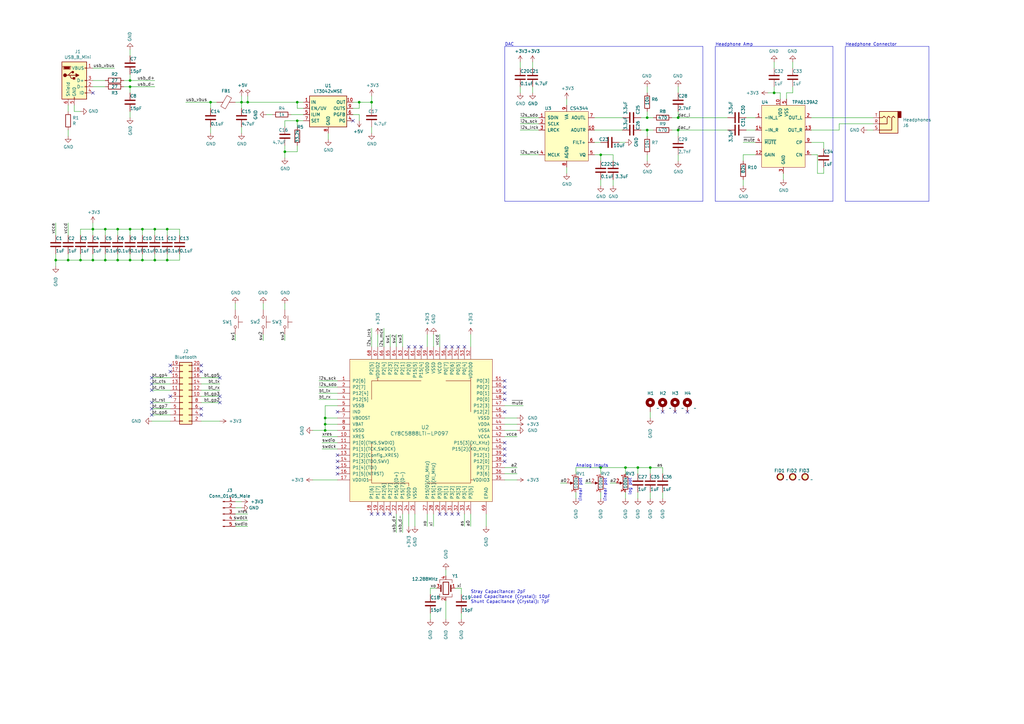
<source format=kicad_sch>
(kicad_sch (version 20230121) (generator eeschema)
  (paper "A3")
  (junction (at 48.26 93.98))
  (junction (at 38.1 93.98))
  (junction (at 278.13 53.34))
  (junction (at 58.42 93.98))
  (junction (at 133.35 173.99))
  (junction (at 63.5 106.68))
  (junction (at 265.43 48.26))
  (junction (at 27.94 106.68))
  (junction (at 48.26 106.68))
  (junction (at 147.32 41.91))
  (junction (at 246.38 191.77))
  (junction (at 101.6 41.91))
  (junction (at 317.5 38.1))
  (junction (at 68.58 106.68))
  (junction (at 43.18 93.98))
  (junction (at 86.36 41.91))
  (junction (at 121.92 49.53))
  (junction (at 53.34 33.02))
  (junction (at 133.35 171.45))
  (junction (at 265.43 53.34))
  (junction (at 58.42 106.68))
  (junction (at 43.18 106.68))
  (junction (at 278.13 48.26))
  (junction (at 266.7 191.77))
  (junction (at 38.1 106.68))
  (junction (at 53.34 106.68))
  (junction (at 152.4 41.91))
  (junction (at 68.58 93.98))
  (junction (at 256.54 191.77))
  (junction (at 33.02 106.68))
  (junction (at 53.34 93.98))
  (junction (at 121.92 41.91))
  (junction (at 116.84 62.23))
  (junction (at 133.35 176.53))
  (junction (at 246.38 63.5))
  (junction (at 63.5 93.98))
  (junction (at 22.86 106.68))
  (junction (at 261.62 191.77))
  (junction (at 99.06 41.91))
  (junction (at 53.34 35.56))
  (no_connect (at 170.18 142.24))
  (no_connect (at 90.17 162.56))
  (no_connect (at 154.94 210.82))
  (no_connect (at 187.96 142.24))
  (no_connect (at 271.78 168.91))
  (no_connect (at 172.72 142.24))
  (no_connect (at 62.23 160.02))
  (no_connect (at 281.94 168.91))
  (no_connect (at 152.4 210.82))
  (no_connect (at 138.43 168.91))
  (no_connect (at 62.23 154.94))
  (no_connect (at 82.55 149.86))
  (no_connect (at 138.43 191.77))
  (no_connect (at 69.85 149.86))
  (no_connect (at 207.01 158.75))
  (no_connect (at 82.55 167.64))
  (no_connect (at 180.34 210.82))
  (no_connect (at 62.23 165.1))
  (no_connect (at 38.1 38.1))
  (no_connect (at 207.01 184.15))
  (no_connect (at 69.85 152.4))
  (no_connect (at 62.23 170.18))
  (no_connect (at 207.01 181.61))
  (no_connect (at 207.01 156.21))
  (no_connect (at 276.86 168.91))
  (no_connect (at 138.43 186.69))
  (no_connect (at 207.01 163.83))
  (no_connect (at 182.88 142.24))
  (no_connect (at 82.55 152.4))
  (no_connect (at 185.42 142.24))
  (no_connect (at 160.02 210.82))
  (no_connect (at 207.01 189.23))
  (no_connect (at 185.42 210.82))
  (no_connect (at 190.5 142.24))
  (no_connect (at 138.43 189.23))
  (no_connect (at 187.96 210.82))
  (no_connect (at 69.85 162.56))
  (no_connect (at 144.78 49.53))
  (no_connect (at 182.88 210.82))
  (no_connect (at 157.48 210.82))
  (no_connect (at 167.64 142.24))
  (no_connect (at 82.55 170.18))
  (no_connect (at 62.23 157.48))
  (no_connect (at 207.01 161.29))
  (no_connect (at 90.17 154.94))
  (no_connect (at 90.17 165.1))
  (no_connect (at 207.01 186.69))
  (no_connect (at 62.23 167.64))
  (no_connect (at 138.43 194.31))
  (no_connect (at 207.01 168.91))
  (wire (pts (xy 116.84 124.46) (xy 116.84 127)))
  (wire (pts (xy 53.34 93.98) (xy 58.42 93.98)))
  (wire (pts (xy 116.84 62.23) (xy 116.84 59.69)))
  (wire (pts (xy 134.62 57.15) (xy 134.62 54.61)))
  (wire (pts (xy 314.96 38.1) (xy 317.5 38.1)))
  (wire (pts (xy 335.28 63.5) (xy 332.74 63.5)))
  (wire (pts (xy 27.94 43.18) (xy 27.94 45.72)))
  (wire (pts (xy 27.94 55.88) (xy 27.94 53.34)))
  (wire (pts (xy 76.2 41.91) (xy 86.36 41.91)))
  (wire (pts (xy 212.09 194.31) (xy 207.01 194.31)))
  (wire (pts (xy 170.18 215.9) (xy 170.18 210.82)))
  (polyline (pts (xy 346.71 19.05) (xy 346.71 82.55)))
  (wire (pts (xy 265.43 53.34) (xy 267.97 53.34)))
  (wire (pts (xy 207.01 196.85) (xy 212.09 196.85)))
  (wire (pts (xy 128.27 196.85) (xy 138.43 196.85)))
  (wire (pts (xy 162.56 137.16) (xy 162.56 142.24)))
  (wire (pts (xy 128.27 176.53) (xy 133.35 176.53)))
  (wire (pts (xy 218.44 25.4) (xy 218.44 27.94)))
  (wire (pts (xy 90.17 157.48) (xy 82.55 157.48)))
  (wire (pts (xy 48.26 104.14) (xy 48.26 106.68)))
  (wire (pts (xy 68.58 96.52) (xy 68.58 93.98)))
  (wire (pts (xy 121.92 49.53) (xy 124.46 49.53)))
  (wire (pts (xy 278.13 35.56) (xy 278.13 38.1)))
  (wire (pts (xy 99.06 54.61) (xy 99.06 52.07)))
  (wire (pts (xy 38.1 106.68) (xy 43.18 106.68)))
  (wire (pts (xy 251.46 73.66) (xy 251.46 76.2)))
  (wire (pts (xy 265.43 48.26) (xy 265.43 45.72)))
  (wire (pts (xy 213.36 63.5) (xy 220.98 63.5)))
  (wire (pts (xy 121.92 59.69) (xy 121.92 62.23)))
  (wire (pts (xy 138.43 171.45) (xy 133.35 171.45)))
  (polyline (pts (xy 207.01 82.55) (xy 288.29 82.55)))
  (wire (pts (xy 132.08 179.07) (xy 138.43 179.07)))
  (wire (pts (xy 275.59 48.26) (xy 278.13 48.26)))
  (wire (pts (xy 246.38 63.5) (xy 243.84 63.5)))
  (wire (pts (xy 236.22 191.77) (xy 246.38 191.77)))
  (wire (pts (xy 337.82 58.42) (xy 337.82 60.96)))
  (wire (pts (xy 101.6 39.37) (xy 101.6 41.91)))
  (wire (pts (xy 220.98 48.26) (xy 213.36 48.26)))
  (wire (pts (xy 53.34 35.56) (xy 53.34 38.1)))
  (wire (pts (xy 121.92 62.23) (xy 116.84 62.23)))
  (wire (pts (xy 132.08 181.61) (xy 138.43 181.61)))
  (wire (pts (xy 147.32 49.53) (xy 147.32 46.99)))
  (wire (pts (xy 344.17 53.34) (xy 344.17 50.8)))
  (polyline (pts (xy 293.37 19.05) (xy 293.37 82.55)))
  (wire (pts (xy 212.09 179.07) (xy 207.01 179.07)))
  (wire (pts (xy 278.13 48.26) (xy 298.45 48.26)))
  (wire (pts (xy 116.84 49.53) (xy 121.92 49.53)))
  (wire (pts (xy 86.36 41.91) (xy 88.9 41.91)))
  (wire (pts (xy 96.52 41.91) (xy 99.06 41.91)))
  (wire (pts (xy 152.4 54.61) (xy 152.4 52.07)))
  (wire (pts (xy 261.62 191.77) (xy 261.62 194.31)))
  (wire (pts (xy 22.86 106.68) (xy 27.94 106.68)))
  (wire (pts (xy 68.58 106.68) (xy 68.58 104.14)))
  (wire (pts (xy 190.5 215.9) (xy 190.5 210.82)))
  (wire (pts (xy 48.26 106.68) (xy 53.34 106.68)))
  (wire (pts (xy 68.58 93.98) (xy 73.66 93.98)))
  (wire (pts (xy 152.4 39.37) (xy 152.4 41.91)))
  (wire (pts (xy 62.23 154.94) (xy 69.85 154.94)))
  (polyline (pts (xy 381 19.05) (xy 346.71 19.05)))
  (wire (pts (xy 335.28 71.12) (xy 335.28 63.5)))
  (wire (pts (xy 304.8 63.5) (xy 309.88 63.5)))
  (wire (pts (xy 265.43 35.56) (xy 265.43 38.1)))
  (polyline (pts (xy 293.37 19.05) (xy 341.63 19.05)))
  (wire (pts (xy 86.36 41.91) (xy 86.36 44.45)))
  (wire (pts (xy 337.82 71.12) (xy 335.28 71.12)))
  (wire (pts (xy 246.38 73.66) (xy 246.38 76.2)))
  (wire (pts (xy 265.43 48.26) (xy 267.97 48.26)))
  (wire (pts (xy 82.55 154.94) (xy 90.17 154.94)))
  (wire (pts (xy 69.85 157.48) (xy 62.23 157.48)))
  (wire (pts (xy 175.26 210.82) (xy 175.26 215.9)))
  (wire (pts (xy 213.36 25.4) (xy 213.36 27.94)))
  (wire (pts (xy 199.39 215.9) (xy 199.39 210.82)))
  (wire (pts (xy 101.6 213.36) (xy 96.52 213.36)))
  (wire (pts (xy 53.34 33.02) (xy 63.5 33.02)))
  (polyline (pts (xy 381 82.55) (xy 381 19.05)))
  (wire (pts (xy 266.7 191.77) (xy 266.7 194.31)))
  (wire (pts (xy 254 58.42) (xy 256.54 58.42)))
  (wire (pts (xy 243.84 48.26) (xy 255.27 48.26)))
  (wire (pts (xy 306.07 48.26) (xy 309.88 48.26)))
  (wire (pts (xy 90.17 162.56) (xy 82.55 162.56)))
  (wire (pts (xy 212.09 171.45) (xy 207.01 171.45)))
  (wire (pts (xy 322.58 40.64) (xy 322.58 38.1)))
  (wire (pts (xy 278.13 53.34) (xy 298.45 53.34)))
  (polyline (pts (xy 288.29 19.05) (xy 288.29 82.55)))
  (wire (pts (xy 63.5 93.98) (xy 68.58 93.98)))
  (wire (pts (xy 152.4 142.24) (xy 152.4 134.62)))
  (polyline (pts (xy 341.63 19.05) (xy 341.63 82.55)))
  (wire (pts (xy 175.26 137.16) (xy 175.26 142.24)))
  (wire (pts (xy 355.6 53.34) (xy 358.14 53.34)))
  (wire (pts (xy 116.84 139.7) (xy 116.84 137.16)))
  (wire (pts (xy 182.88 233.68) (xy 182.88 236.22)))
  (wire (pts (xy 218.44 38.1) (xy 218.44 35.56)))
  (wire (pts (xy 214.63 166.37) (xy 207.01 166.37)))
  (wire (pts (xy 63.5 35.56) (xy 53.34 35.56)))
  (wire (pts (xy 246.38 204.47) (xy 246.38 201.93)))
  (wire (pts (xy 53.34 33.02) (xy 53.34 30.48)))
  (wire (pts (xy 53.34 93.98) (xy 53.34 96.52)))
  (wire (pts (xy 309.88 58.42) (xy 304.8 58.42)))
  (wire (pts (xy 116.84 64.77) (xy 116.84 62.23)))
  (wire (pts (xy 243.84 58.42) (xy 246.38 58.42)))
  (wire (pts (xy 62.23 160.02) (xy 69.85 160.02)))
  (wire (pts (xy 321.31 73.66) (xy 321.31 71.12)))
  (wire (pts (xy 236.22 204.47) (xy 236.22 201.93)))
  (wire (pts (xy 332.74 48.26) (xy 358.14 48.26)))
  (wire (pts (xy 317.5 35.56) (xy 317.5 38.1)))
  (polyline (pts (xy 288.29 19.05) (xy 207.01 19.05)))
  (wire (pts (xy 38.1 106.68) (xy 38.1 104.14)))
  (wire (pts (xy 337.82 68.58) (xy 337.82 71.12)))
  (wire (pts (xy 152.4 41.91) (xy 152.4 44.45)))
  (wire (pts (xy 207.01 191.77) (xy 212.09 191.77)))
  (wire (pts (xy 189.23 243.84) (xy 189.23 241.3)))
  (wire (pts (xy 256.54 204.47) (xy 256.54 201.93)))
  (wire (pts (xy 63.5 106.68) (xy 63.5 104.14)))
  (wire (pts (xy 121.92 41.91) (xy 124.46 41.91)))
  (wire (pts (xy 33.02 104.14) (xy 33.02 106.68)))
  (wire (pts (xy 22.86 106.68) (xy 22.86 109.22)))
  (wire (pts (xy 176.53 241.3) (xy 179.07 241.3)))
  (wire (pts (xy 220.98 53.34) (xy 213.36 53.34)))
  (wire (pts (xy 69.85 165.1) (xy 62.23 165.1)))
  (wire (pts (xy 27.94 106.68) (xy 33.02 106.68)))
  (wire (pts (xy 240.03 198.12) (xy 242.57 198.12)))
  (wire (pts (xy 119.38 46.99) (xy 124.46 46.99)))
  (wire (pts (xy 138.43 166.37) (xy 133.35 166.37)))
  (wire (pts (xy 262.89 53.34) (xy 265.43 53.34)))
  (wire (pts (xy 265.43 66.04) (xy 265.43 63.5)))
  (wire (pts (xy 82.55 160.02) (xy 90.17 160.02)))
  (wire (pts (xy 147.32 41.91) (xy 152.4 41.91)))
  (wire (pts (xy 30.48 43.18) (xy 30.48 45.72)))
  (wire (pts (xy 332.74 53.34) (xy 344.17 53.34)))
  (wire (pts (xy 63.5 93.98) (xy 63.5 96.52)))
  (wire (pts (xy 243.84 53.34) (xy 255.27 53.34)))
  (wire (pts (xy 213.36 50.8) (xy 220.98 50.8)))
  (wire (pts (xy 130.81 163.83) (xy 138.43 163.83)))
  (wire (pts (xy 246.38 194.31) (xy 246.38 191.77)))
  (wire (pts (xy 144.78 44.45) (xy 147.32 44.45)))
  (wire (pts (xy 266.7 171.45) (xy 266.7 168.91)))
  (wire (pts (xy 256.54 191.77) (xy 261.62 191.77)))
  (wire (pts (xy 27.94 104.14) (xy 27.94 106.68)))
  (wire (pts (xy 121.92 44.45) (xy 121.92 41.91)))
  (wire (pts (xy 58.42 96.52) (xy 58.42 93.98)))
  (wire (pts (xy 278.13 66.04) (xy 278.13 63.5)))
  (wire (pts (xy 27.94 91.44) (xy 27.94 96.52)))
  (wire (pts (xy 130.81 156.21) (xy 138.43 156.21)))
  (wire (pts (xy 48.26 96.52) (xy 48.26 93.98)))
  (wire (pts (xy 212.09 173.99) (xy 207.01 173.99)))
  (wire (pts (xy 38.1 91.44) (xy 38.1 93.98)))
  (wire (pts (xy 109.22 46.99) (xy 111.76 46.99)))
  (wire (pts (xy 266.7 191.77) (xy 271.78 191.77)))
  (wire (pts (xy 30.48 45.72) (xy 33.02 45.72)))
  (wire (pts (xy 157.48 134.62) (xy 157.48 142.24)))
  (wire (pts (xy 177.8 137.16) (xy 177.8 142.24)))
  (wire (pts (xy 48.26 106.68) (xy 43.18 106.68)))
  (wire (pts (xy 138.43 184.15) (xy 132.08 184.15)))
  (wire (pts (xy 162.56 210.82) (xy 162.56 218.44)))
  (wire (pts (xy 46.99 27.94) (xy 38.1 27.94)))
  (wire (pts (xy 193.04 215.9) (xy 193.04 210.82)))
  (wire (pts (xy 116.84 52.07) (xy 116.84 49.53)))
  (wire (pts (xy 160.02 142.24) (xy 160.02 137.16)))
  (wire (pts (xy 96.52 139.7) (xy 96.52 137.16)))
  (wire (pts (xy 90.17 172.72) (xy 82.55 172.72)))
  (wire (pts (xy 53.34 106.68) (xy 53.34 104.14)))
  (wire (pts (xy 33.02 93.98) (xy 33.02 96.52)))
  (wire (pts (xy 271.78 191.77) (xy 271.78 194.31)))
  (wire (pts (xy 167.64 215.9) (xy 167.64 210.82)))
  (wire (pts (xy 147.32 44.45) (xy 147.32 41.91)))
  (wire (pts (xy 53.34 106.68) (xy 58.42 106.68)))
  (wire (pts (xy 73.66 106.68) (xy 73.66 104.14)))
  (wire (pts (xy 58.42 93.98) (xy 63.5 93.98)))
  (wire (pts (xy 38.1 93.98) (xy 43.18 93.98)))
  (wire (pts (xy 133.35 171.45) (xy 133.35 173.99)))
  (wire (pts (xy 251.46 63.5) (xy 251.46 66.04)))
  (wire (pts (xy 38.1 93.98) (xy 38.1 96.52)))
  (wire (pts (xy 344.17 50.8) (xy 358.14 50.8)))
  (wire (pts (xy 62.23 172.72) (xy 69.85 172.72)))
  (wire (pts (xy 133.35 173.99) (xy 138.43 173.99)))
  (wire (pts (xy 99.06 205.74) (xy 96.52 205.74)))
  (wire (pts (xy 332.74 58.42) (xy 337.82 58.42)))
  (wire (pts (xy 213.36 35.56) (xy 213.36 38.1)))
  (wire (pts (xy 33.02 93.98) (xy 38.1 93.98)))
  (wire (pts (xy 107.95 137.16) (xy 107.95 139.7)))
  (wire (pts (xy 43.18 106.68) (xy 43.18 104.14)))
  (wire (pts (xy 275.59 53.34) (xy 278.13 53.34)))
  (wire (pts (xy 266.7 204.47) (xy 266.7 201.93)))
  (wire (pts (xy 261.62 204.47) (xy 261.62 201.93)))
  (wire (pts (xy 278.13 48.26) (xy 278.13 45.72)))
  (wire (pts (xy 96.52 208.28) (xy 99.06 208.28)))
  (wire (pts (xy 165.1 142.24) (xy 165.1 137.16)))
  (wire (pts (xy 176.53 243.84) (xy 176.53 241.3)))
  (wire (pts (xy 99.06 44.45) (xy 99.06 41.91)))
  (wire (pts (xy 22.86 104.14) (xy 22.86 106.68)))
  (wire (pts (xy 320.04 38.1) (xy 320.04 40.64)))
  (wire (pts (xy 180.34 137.16) (xy 180.34 142.24)))
  (wire (pts (xy 154.94 137.16) (xy 154.94 142.24)))
  (wire (pts (xy 50.8 35.56) (xy 53.34 35.56)))
  (wire (pts (xy 250.19 198.12) (xy 252.73 198.12)))
  (wire (pts (xy 130.81 158.75) (xy 138.43 158.75)))
  (wire (pts (xy 133.35 166.37) (xy 133.35 171.45)))
  (wire (pts (xy 58.42 106.68) (xy 58.42 104.14)))
  (wire (pts (xy 304.8 76.2) (xy 304.8 73.66)))
  (wire (pts (xy 82.55 165.1) (xy 90.17 165.1)))
  (wire (pts (xy 86.36 52.07) (xy 86.36 54.61)))
  (wire (pts (xy 50.8 33.02) (xy 53.34 33.02)))
  (wire (pts (xy 317.5 27.94) (xy 317.5 25.4)))
  (wire (pts (xy 165.1 218.44) (xy 165.1 210.82)))
  (wire (pts (xy 265.43 53.34) (xy 265.43 55.88)))
  (wire (pts (xy 38.1 35.56) (xy 43.18 35.56)))
  (wire (pts (xy 101.6 41.91) (xy 121.92 41.91)))
  (wire (pts (xy 53.34 48.26) (xy 53.34 45.72)))
  (wire (pts (xy 256.54 191.77) (xy 256.54 194.31)))
  (wire (pts (xy 124.46 44.45) (xy 121.92 44.45)))
  (wire (pts (xy 144.78 41.91) (xy 147.32 41.91)))
  (wire (pts (xy 236.22 194.31) (xy 236.22 191.77)))
  (wire (pts (xy 133.35 173.99) (xy 133.35 176.53)))
  (wire (pts (xy 262.89 48.26) (xy 265.43 48.26)))
  (wire (pts (xy 96.52 124.46) (xy 96.52 127)))
  (wire (pts (xy 138.43 161.29) (xy 130.81 161.29)))
  (wire (pts (xy 133.35 176.53) (xy 138.43 176.53)))
  (polyline (pts (xy 341.63 82.55) (xy 293.37 82.55)))
  (polyline (pts (xy 346.71 82.55) (xy 381 82.55)))
  (wire (pts (xy 22.86 91.44) (xy 22.86 96.52)))
  (wire (pts (xy 212.09 176.53) (xy 207.01 176.53)))
  (wire (pts (xy 246.38 191.77) (xy 256.54 191.77)))
  (wire (pts (xy 189.23 241.3) (xy 186.69 241.3)))
  (wire (pts (xy 176.53 254) (xy 176.53 251.46)))
  (wire (pts (xy 53.34 20.32) (xy 53.34 22.86)))
  (wire (pts (xy 96.52 210.82) (xy 101.6 210.82)))
  (wire (pts (xy 271.78 204.47) (xy 271.78 201.93)))
  (wire (pts (xy 58.42 106.68) (xy 63.5 106.68)))
  (wire (pts (xy 62.23 170.18) (xy 69.85 170.18)))
  (wire (pts (xy 33.02 106.68) (xy 38.1 106.68)))
  (wire (pts (xy 325.12 25.4) (xy 325.12 27.94)))
  (wire (pts (xy 232.41 71.12) (xy 232.41 68.58)))
  (wire (pts (xy 147.32 46.99) (xy 144.78 46.99)))
  (wire (pts (xy 232.41 40.64) (xy 232.41 43.18)))
  (wire (pts (xy 99.06 39.37) (xy 99.06 41.91)))
  (wire (pts (xy 73.66 93.98) (xy 73.66 96.52)))
  (wire (pts (xy 189.23 254) (xy 189.23 251.46)))
  (wire (pts (xy 62.23 167.64) (xy 69.85 167.64)))
  (wire (pts (xy 304.8 66.04) (xy 304.8 63.5)))
  (wire (pts (xy 101.6 215.9) (xy 96.52 215.9)))
  (polyline (pts (xy 207.01 19.05) (xy 207.01 82.55)))
  (wire (pts (xy 246.38 66.04) (xy 246.38 63.5)))
  (wire (pts (xy 99.06 41.91) (xy 101.6 41.91)))
  (wire (pts (xy 322.58 38.1) (xy 325.12 38.1)))
  (wire (pts (xy 278.13 53.34) (xy 278.13 55.88)))
  (wire (pts (xy 306.07 53.34) (xy 309.88 53.34)))
  (wire (pts (xy 229.87 198.12) (xy 232.41 198.12)))
  (wire (pts (xy 182.88 254) (xy 182.88 246.38)))
  (wire (pts (xy 261.62 191.77) (xy 266.7 191.77)))
  (wire (pts (xy 63.5 106.68) (xy 68.58 106.68)))
  (wire (pts (xy 193.04 137.16) (xy 193.04 142.24)))
  (wire (pts (xy 43.18 33.02) (xy 38.1 33.02)))
  (wire (pts (xy 325.12 38.1) (xy 325.12 35.56)))
  (wire (pts (xy 43.18 93.98) (xy 48.26 93.98)))
  (wire (pts (xy 107.95 124.46) (xy 107.95 127)))
  (wire (pts (xy 177.8 215.9) (xy 177.8 210.82)))
  (wire (pts (xy 121.92 52.07) (xy 121.92 49.53)))
  (wire (pts (xy 43.18 93.98) (xy 43.18 96.52)))
  (wire (pts (xy 68.58 106.68) (xy 73.66 106.68)))
  (wire (pts (xy 48.26 93.98) (xy 53.34 93.98)))
  (wire (pts (xy 317.5 38.1) (xy 320.04 38.1)))
  (wire (pts (xy 246.38 63.5) (xy 251.46 63.5)))
  (text "Stray Capacitance: 2pF\nLoad Capacitance (Crystal): 10pF\nShunt Capacitance (Crystal): 7pF" (at 193.04 247.65 0) (effects (font (size 1.27 1.27)) (justify left bottom)))
  (text "DAC" (at 207.01 19.05 0) (effects (font (size 1.27 1.27)) (justify left bottom)))
  (text "linear pot" (at 248.92 205.74 90) (effects (font (size 1.27 1.27)) (justify left bottom)))
  (text "Headphone Connector" (at 346.71 19.05 0) (effects (font (size 1.27 1.27)) (justify left bottom)))
  (text "linear pot" (at 238.76 205.74 90) (effects (font (size 1.27 1.27)) (justify left bottom)))
  (text "Headphone Amp" (at 293.37 19.05 0) (effects (font (size 1.27 1.27)) (justify left bottom)))
  (text "Analog Inputs" (at 236.22 191.77 0) (effects (font (size 1.27 1.27)) (justify left bottom)))
  (text "log pot" (at 259.08 203.2 90) (effects (font (size 1.27 1.27)) (justify left bottom)))
  (label "a0" (at 229.87 198.12 0))
  (label "~{mute}" (at 304.8 58.42 0))
  (label "i2s_sdo" (at 130.81 158.75 0))
  (label "bt_tx" (at 130.81 161.29 0))
  (label "xo" (at 175.26 215.9 90))
  (label "bt_tx" (at 90.17 157.48 180))
  (label "usb_vbus" (at 76.2 41.91 0))
  (label "swdck" (at 132.08 184.15 0))
  (label "as" (at 271.78 191.77 180))
  (label "swdck" (at 101.6 213.36 180))
  (label "xi" (at 177.8 215.9 90))
  (label "vccd" (at 180.34 137.16 270))
  (label "xi" (at 189.23 241.3 180))
  (label "i2s_sck" (at 213.36 50.8 0))
  (label "sw1" (at 96.52 139.7 90))
  (label "bt_cts" (at 62.23 157.48 0))
  (label "as" (at 190.5 215.9 90))
  (label "bt_gp6" (at 62.23 170.18 0))
  (label "bt_gp2" (at 90.17 165.1 180))
  (label "dac_r" (at 283.21 53.34 180))
  (label "i2s_lrck" (at 152.4 134.62 270))
  (label "bt_gp7" (at 62.23 167.64 0))
  (label "vcca" (at 212.09 179.07 180))
  (label "i2s_sdo" (at 213.36 48.26 0))
  (label "i2s_lrck" (at 213.36 53.34 0))
  (label "usb_d-" (at 165.1 218.44 90))
  (label "sw1" (at 160.02 137.16 270))
  (label "sw3" (at 165.1 137.16 270))
  (label "bt_rts" (at 62.23 160.02 0))
  (label "a1" (at 212.09 194.31 180))
  (label "~{mute}" (at 214.63 166.37 180))
  (label "sw2" (at 162.56 137.16 270))
  (label "usb_d+" (at 63.5 33.02 180))
  (label "xres" (at 132.08 179.07 0))
  (label "swdio" (at 101.6 215.9 180))
  (label "bt_gp3" (at 90.17 162.56 180))
  (label "usb_vbus" (at 46.99 27.94 180))
  (label "a0" (at 193.04 215.9 90))
  (label "sw2" (at 107.95 139.7 90))
  (label "bt_gp4" (at 62.23 154.94 0))
  (label "a2" (at 250.19 198.12 0))
  (label "usb_d+" (at 162.56 218.44 90))
  (label "usb_d-" (at 63.5 35.56 180))
  (label "i2s_mck" (at 213.36 63.5 0))
  (label "sw3" (at 116.84 139.7 90))
  (label "bt_gp5" (at 90.17 154.94 180))
  (label "bt_rx" (at 90.17 160.02 180))
  (label "xo" (at 176.53 241.3 0))
  (label "bt_rst" (at 62.23 165.1 0))
  (label "i2s_mck" (at 157.48 134.62 270))
  (label "vcca" (at 22.86 91.44 270))
  (label "bt_rx" (at 130.81 163.83 0))
  (label "vccd" (at 27.94 91.44 270))
  (label "i2s_sck" (at 130.81 156.21 0))
  (label "xres" (at 101.6 210.82 180))
  (label "a1" (at 240.03 198.12 0))
  (label "swdio" (at 132.08 181.61 0))
  (label "dac_l" (at 283.21 48.26 180))
  (label "a2" (at 212.09 191.77 180))
  (symbol (lib_id "headphone_dac_proto-rescue:USB_B_Mini-Connector") (at 30.48 33.02 0) (unit 1)
    (property "Reference" "J1" (at 31.9278 21.1582 0))
    (property "Value" "USB_B_Mini" (at 31.9278 23.4696 0))
    (property "Footprint" "Connector_USB:USB_Mini-B_Wuerth_65100516121_Horizontal" (effects hide))
    (property "Manufacturer" "Wurth Elektronik" (effects hide))
    (property "Manufacturer Part Number" "65100516121" (effects hide))
    (property "Mouser Part Number" "710-65100516121" (effects hide))
  )
  (symbol (lib_id "power:GND") (at 33.02 45.72 90) (unit 1)
    (property "Reference" "#PWR0101" (effects hide))
    (property "Value" "GND" (at 36.2712 45.593 90) (effects (justify right)))
  )
  (symbol (lib_id "Device:R") (at 27.94 49.53 0) (unit 1)
    (property "Reference" "R1" (at 29.718 48.3616 0) (effects (justify left)))
    (property "Value" "R" (at 29.718 50.673 0) (effects (justify left)))
    (property "Footprint" "Resistor_SMD:R_0603_1608Metric" (effects hide))
    (property "Config" "dnp" (effects hide))
  )
  (symbol (lib_id "power:GND") (at 27.94 55.88 0) (unit 1)
    (property "Reference" "#PWR0102" (effects hide))
    (property "Value" "GND" (at 28.067 60.2742 0))
  )
  (symbol (lib_id "Device:R") (at 46.99 33.02 270) (unit 1)
    (property "Reference" "R2" (at 46.99 30.48 90))
    (property "Value" "27" (at 46.99 33.02 90))
    (property "Footprint" "Resistor_SMD:R_0603_1608Metric" (effects hide))
    (property "Manufacturer" "Vishay / Dale" (effects hide))
    (property "Manufacturer Part Number" "CRCW060327R0FKEAC" (effects hide))
    (property "Mouser Part Number" "71-CRCW060327R0FKEAC" (effects hide))
  )
  (symbol (lib_id "Device:R") (at 46.99 35.56 270) (mirror x) (unit 1)
    (property "Reference" "R3" (at 46.99 38.1 90))
    (property "Value" "27" (at 46.99 35.56 90))
    (property "Footprint" "Resistor_SMD:R_0603_1608Metric" (effects hide))
    (property "Manufacturer" "Vishay / Dale" (effects hide))
    (property "Manufacturer Part Number" "CRCW060327R0FKEAC" (effects hide))
    (property "Mouser Part Number" "71-CRCW060327R0FKEAC" (effects hide))
  )
  (symbol (lib_id "Device:C") (at 53.34 41.91 0) (unit 1)
    (property "Reference" "C8" (at 53.34 39.37 0) (effects (justify left)))
    (property "Value" "15pF" (at 53.34 44.45 0) (effects (justify left)))
    (property "Footprint" "Capacitor_SMD:C_0603_1608Metric" (effects hide))
    (property "Manufacturer" "KEMET" (effects hide))
    (property "Manufacturer Part Number" "C0603C150K5RAC7867" (effects hide))
    (property "Mouser Part Number" "80-C0603C150K5RACTU" (effects hide))
  )
  (symbol (lib_id "Device:C") (at 53.34 26.67 0) (unit 1)
    (property "Reference" "C7" (at 53.34 24.13 0) (effects (justify left)))
    (property "Value" "15pF" (at 53.34 29.21 0) (effects (justify left)))
    (property "Footprint" "Capacitor_SMD:C_0603_1608Metric" (effects hide))
    (property "Manufacturer" "KEMET" (effects hide))
    (property "Manufacturer Part Number" "C0603C150K5RAC7867" (effects hide))
    (property "Mouser Part Number" "80-C0603C150K5RACTU" (effects hide))
  )
  (symbol (lib_id "power:GND") (at 53.34 48.26 0) (unit 1)
    (property "Reference" "#PWR0103" (effects hide))
    (property "Value" "GND" (at 53.467 51.5112 90) (effects (justify right)))
  )
  (symbol (lib_id "power:GND") (at 53.34 20.32 180) (unit 1)
    (property "Reference" "#PWR0104" (effects hide))
    (property "Value" "GND" (at 53.213 17.0688 90) (effects (justify right)))
  )
  (symbol (lib_id "headphone_dac_proto-rescue:CY8C5888LTI-LP097-microcontroller_arm") (at 172.72 176.53 0) (unit 1)
    (property "Reference" "U2" (at 172.72 175.26 0) (effects (font (size 1.524 1.524)) (justify left)))
    (property "Value" "CY8C5888LTI-LP097" (at 160.02 177.8 0) (effects (font (size 1.524 1.524)) (justify left)))
    (property "Footprint" "Package_DFN_QFN:QFN-68-1EP_8x8mm_P0.4mm_EP5.2x5.2mm_ThermalVias" (effects hide))
    (property "Datasheet" "https://www.cypress.com/file/45906/download" (effects hide))
    (property "Manufacturer" "Cypress Semicondutor" (effects hide))
    (property "Manufacturer Part Number" "CY8C5888LTI-LP097" (effects hide))
    (property "Mouser Part Number" "727-CY8C5888LTILP097" (effects hide))
  )
  (symbol (lib_id "headphone_dac_proto-rescue:+3.3V-power") (at 175.26 137.16 0) (unit 1)
    (property "Reference" "#PWR0127" (effects hide))
    (property "Value" "+3.3V" (at 175.26 130.81 90))
  )
  (symbol (lib_id "headphone_dac_proto-rescue:+3.3V-power") (at 193.04 137.16 0) (unit 1)
    (property "Reference" "#PWR0128" (effects hide))
    (property "Value" "+3.3V" (at 193.04 130.81 90))
  )
  (symbol (lib_id "headphone_dac_proto-rescue:+3.3V-power") (at 154.94 137.16 0) (unit 1)
    (property "Reference" "#PWR0129" (effects hide))
    (property "Value" "+3.3V" (at 154.94 130.81 90))
  )
  (symbol (lib_id "headphone_dac_proto-rescue:+3.3V-power") (at 212.09 173.99 270) (unit 1)
    (property "Reference" "#PWR0130" (effects hide))
    (property "Value" "+3.3V" (at 218.44 173.99 90))
  )
  (symbol (lib_id "headphone_dac_proto-rescue:+3.3V-power") (at 212.09 196.85 270) (unit 1)
    (property "Reference" "#PWR0131" (effects hide))
    (property "Value" "+3.3V" (at 218.44 196.85 90))
  )
  (symbol (lib_id "headphone_dac_proto-rescue:+3.3V-power") (at 167.64 215.9 180) (unit 1)
    (property "Reference" "#PWR0132" (effects hide))
    (property "Value" "+3.3V" (at 167.64 222.25 90))
  )
  (symbol (lib_id "headphone_dac_proto-rescue:+3.3V-power") (at 128.27 196.85 90) (unit 1)
    (property "Reference" "#PWR0133" (effects hide))
    (property "Value" "+3.3V" (at 121.92 196.85 90))
  )
  (symbol (lib_id "power:GND") (at 128.27 176.53 270) (unit 1)
    (property "Reference" "#PWR0134" (effects hide))
    (property "Value" "GND" (at 123.8758 176.657 0))
  )
  (symbol (lib_id "power:GND") (at 177.8 137.16 180) (unit 1)
    (property "Reference" "#PWR0135" (effects hide))
    (property "Value" "GND" (at 177.8 130.81 90))
  )
  (symbol (lib_id "power:GND") (at 170.18 215.9 0) (unit 1)
    (property "Reference" "#PWR0136" (effects hide))
    (property "Value" "GND" (at 170.18 222.25 90))
  )
  (symbol (lib_id "power:GND") (at 199.39 215.9 0) (unit 1)
    (property "Reference" "#PWR0137" (effects hide))
    (property "Value" "GND" (at 199.39 222.25 90))
  )
  (symbol (lib_id "power:GND") (at 212.09 176.53 90) (unit 1)
    (property "Reference" "#PWR0138" (effects hide))
    (property "Value" "GND" (at 218.44 176.53 90))
  )
  (symbol (lib_id "power:GND") (at 212.09 171.45 90) (unit 1)
    (property "Reference" "#PWR0139" (effects hide))
    (property "Value" "GND" (at 218.44 171.45 90))
  )
  (symbol (lib_id "Regulator_Linear:LT3042xMSE") (at 134.62 44.45 0) (unit 1)
    (property "Reference" "U1" (at 134.62 35.1282 0))
    (property "Value" "LT3042xMSE" (at 134.62 37.4396 0))
    (property "Footprint" "Package_SO:MSOP-10-1EP_3x3mm_P0.5mm_EP1.68x1.88mm_ThermalVias" (effects hide))
    (property "Datasheet" "https://www.analog.com/media/en/technical-documentation/data-sheets/3042fb.pdf" (effects hide))
    (property "Manufacturer" "Analog Devices" (effects hide))
    (property "Manufacturer Part Number" "LT3042EMSE#PBF" (effects hide))
    (property "Mouser Part Number" "584-LT3042EMSE#PBF" (effects hide))
  )
  (symbol (lib_id "power:GND") (at 134.62 57.15 0) (unit 1)
    (property "Reference" "#PWR0105" (effects hide))
    (property "Value" "GND" (at 134.747 61.5442 0))
  )
  (symbol (lib_id "Device:C") (at 86.36 48.26 0) (unit 1)
    (property "Reference" "C14" (at 86.36 45.72 0) (effects (justify left)))
    (property "Value" "0.1uF" (at 86.36 50.8 0) (effects (justify left)))
    (property "Footprint" "Capacitor_SMD:C_0603_1608Metric" (effects hide))
    (property "Manufacturer" "KEMET" (effects hide))
    (property "Manufacturer Part Number" "C0603C104K5RAC3121" (effects hide))
    (property "Mouser Part Number" "80-C603C104K5RAC3121" (effects hide))
  )
  (symbol (lib_id "power:GND") (at 86.36 54.61 0) (unit 1)
    (property "Reference" "#PWR0106" (effects hide))
    (property "Value" "GND" (at 86.487 59.0042 0))
  )
  (symbol (lib_id "headphone_dac_proto-rescue:Ferrite_Bead-Device") (at 92.71 41.91 270) (unit 1)
    (property "Reference" "FB1" (at 92.71 37.2872 90))
    (property "Value" "~" (at 92.71 37.2618 90))
    (property "Footprint" "Inductor_SMD:L_0603_1608Metric" (effects hide))
    (property "Manufacturer" "TDK" (effects hide))
    (property "Manufacturer Part Number" "KMZ1608SHR601ATD25" (effects hide))
    (property "Mouser Part Number" "810-KMZ1608SHR601ATD" (effects hide))
  )
  (symbol (lib_id "Device:C") (at 99.06 48.26 0) (unit 1)
    (property "Reference" "C15" (at 99.06 45.72 0) (effects (justify left)))
    (property "Value" "4.7uF" (at 99.06 50.8 0) (effects (justify left)))
    (property "Footprint" "Capacitor_SMD:C_0805_2012Metric" (effects hide))
    (property "Manufacturer" "KEMET" (effects hide))
    (property "Manufacturer Part Number" "C0805C475K3RACTU" (effects hide))
    (property "Mouser Part Number" "80-C0805C475K3RACTU" (effects hide))
  )
  (symbol (lib_id "Device:C") (at 22.86 100.33 0) (unit 1)
    (property "Reference" "C1" (at 22.86 97.79 0) (effects (justify left)))
    (property "Value" "1uF" (at 22.86 102.87 0) (effects (justify left)))
    (property "Footprint" "Capacitor_SMD:C_0603_1608Metric" (effects hide))
    (property "Manufacturer" "KEMET" (effects hide))
    (property "Manufacturer Part Number" "C0603C105K3RAC7411" (effects hide))
    (property "Mouser Part Number" "80-C0603C105K3RLR" (effects hide))
  )
  (symbol (lib_id "power:GND") (at 99.06 54.61 0) (unit 1)
    (property "Reference" "#PWR0107" (effects hide))
    (property "Value" "GND" (at 99.187 59.0042 0))
  )
  (symbol (lib_id "Device:C") (at 27.94 100.33 0) (unit 1)
    (property "Reference" "C2" (at 27.94 97.79 0) (effects (justify left)))
    (property "Value" "1uF" (at 27.94 102.87 0) (effects (justify left)))
    (property "Footprint" "Capacitor_SMD:C_0603_1608Metric" (effects hide))
    (property "Manufacturer" "KEMET" (effects hide))
    (property "Manufacturer Part Number" "C0603C105K3RAC7411" (effects hide))
    (property "Mouser Part Number" "80-C0603C105K3RLR" (effects hide))
  )
  (symbol (lib_id "Device:R") (at 115.57 46.99 270) (unit 1)
    (property "Reference" "R4" (at 115.57 44.45 90))
    (property "Value" "1k" (at 115.57 46.99 90))
    (property "Footprint" "Resistor_SMD:R_0603_1608Metric" (effects hide))
    (property "Manufacturer" "Panasonic" (effects hide))
    (property "Manufacturer Part Number" "ERJ-UP3D1001V" (effects hide))
    (property "Mouser Part Number" "667-ERJ-UP3D1001V" (effects hide))
  )
  (symbol (lib_id "Device:R") (at 121.92 55.88 0) (unit 1)
    (property "Reference" "R5" (at 123.19 52.07 0))
    (property "Value" "33.2k" (at 121.92 55.88 90))
    (property "Footprint" "Resistor_SMD:R_0603_1608Metric" (effects hide))
    (property "Manufacturer" "Panasonic" (effects hide))
    (property "Manufacturer Part Number" "ERJ-PB3B3322V" (effects hide))
    (property "Mouser Part Number" "667-ERJ-PB3B3322V" (effects hide))
  )
  (symbol (lib_id "Device:C") (at 116.84 55.88 0) (unit 1)
    (property "Reference" "C16" (at 114.3 53.34 0) (effects (justify left)))
    (property "Value" "4.7uF" (at 111.76 58.42 0) (effects (justify left)))
    (property "Footprint" "Capacitor_SMD:C_0805_2012Metric" (effects hide))
    (property "Manufacturer" "KEMET" (effects hide))
    (property "Manufacturer Part Number" "C0805C475K3RACTU" (effects hide))
    (property "Mouser Part Number" "80-C0805C475K3RACTU" (effects hide))
  )
  (symbol (lib_id "power:GND") (at 116.84 64.77 0) (unit 1)
    (property "Reference" "#PWR0108" (effects hide))
    (property "Value" "GND" (at 116.967 69.1642 0))
  )
  (symbol (lib_id "power:GND") (at 22.86 109.22 0) (unit 1)
    (property "Reference" "#PWR0140" (effects hide))
    (property "Value" "GND" (at 22.86 115.57 90))
  )
  (symbol (lib_id "power:GND") (at 109.22 46.99 270) (unit 1)
    (property "Reference" "#PWR0109" (effects hide))
    (property "Value" "GND" (at 104.8258 47.117 0))
  )
  (symbol (lib_id "power:+5V") (at 99.06 39.37 0) (unit 1)
    (property "Reference" "#PWR0110" (effects hide))
    (property "Value" "+5V" (at 99.441 34.9758 0))
  )
  (symbol (lib_id "Device:C") (at 33.02 100.33 0) (unit 1)
    (property "Reference" "C3" (at 33.02 97.79 0) (effects (justify left)))
    (property "Value" "1uF" (at 33.02 102.87 0) (effects (justify left)))
    (property "Footprint" "Capacitor_SMD:C_0603_1608Metric" (effects hide))
    (property "Manufacturer" "KEMET" (effects hide))
    (property "Manufacturer Part Number" "C0603C105K3RAC7411" (effects hide))
    (property "Mouser Part Number" "80-C0603C105K3RLR" (effects hide))
  )
  (symbol (lib_id "Device:C") (at 38.1 100.33 0) (unit 1)
    (property "Reference" "C4" (at 38.1 97.79 0) (effects (justify left)))
    (property "Value" "1uF" (at 38.1 102.87 0) (effects (justify left)))
    (property "Footprint" "Capacitor_SMD:C_0603_1608Metric" (effects hide))
    (property "Manufacturer" "KEMET" (effects hide))
    (property "Manufacturer Part Number" "C0603C105K3RAC7411" (effects hide))
    (property "Mouser Part Number" "80-C0603C105K3RLR" (effects hide))
  )
  (symbol (lib_id "headphone_dac_proto-rescue:+3.3V-power") (at 38.1 91.44 0) (unit 1)
    (property "Reference" "#PWR0141" (effects hide))
    (property "Value" "+3.3V" (at 38.481 87.0458 0))
  )
  (symbol (lib_id "power:+5V") (at 147.32 49.53 180) (unit 1)
    (property "Reference" "#PWR0111" (effects hide))
    (property "Value" "+5V" (at 146.939 53.9242 0))
  )
  (symbol (lib_id "Device:C") (at 152.4 48.26 0) (mirror y) (unit 1)
    (property "Reference" "C17" (at 154.94 45.72 0) (effects (justify left)))
    (property "Value" "4.7uF" (at 158.75 50.8 0) (effects (justify left)))
    (property "Footprint" "Capacitor_SMD:C_0805_2012Metric" (effects hide))
    (property "Manufacturer" "KEMET" (effects hide))
    (property "Manufacturer Part Number" "C0805C475K3RACTU" (effects hide))
    (property "Mouser Part Number" "80-C0805C475K3RACTU" (effects hide))
  )
  (symbol (lib_id "headphone_dac_proto-rescue:+3.3V-power") (at 152.4 39.37 0) (unit 1)
    (property "Reference" "#PWR0112" (effects hide))
    (property "Value" "+3.3V" (at 152.781 34.9758 0))
  )
  (symbol (lib_id "power:GND") (at 152.4 54.61 0) (unit 1)
    (property "Reference" "#PWR0113" (effects hide))
    (property "Value" "GND" (at 152.527 59.0042 0))
  )
  (symbol (lib_id "headphone_dac_proto-rescue:CS4344-audio_digital") (at 232.41 55.88 0) (unit 1)
    (property "Reference" "U3" (at 224.79 44.45 0))
    (property "Value" "CS4344" (at 237.49 44.45 0))
    (property "Footprint" "Package_SO:TSSOP-10_3x3mm_P0.5mm" (effects hide))
    (property "Datasheet" "https://statics.cirrus.com/pubs/proDatasheet/CS4344-45-48_F2.pdf" (effects hide))
    (property "Manufacturer" "Cirrus Logic" (effects hide))
    (property "Manufacturer Part Number" "CS4344-CZZR" (effects hide))
    (property "Mouser Part Number" "777-CS4344-CZZR" (effects hide))
  )
  (symbol (lib_id "power:GND") (at 232.41 71.12 0) (unit 1)
    (property "Reference" "#PWR0114" (effects hide))
    (property "Value" "GND" (at 232.537 75.5142 0))
  )
  (symbol (lib_id "Device:C") (at 246.38 69.85 0) (unit 1)
    (property "Reference" "C22" (at 246.38 67.31 0) (effects (justify left)))
    (property "Value" "0.1uF" (at 246.38 72.39 0) (effects (justify left)))
    (property "Footprint" "Capacitor_SMD:C_0603_1608Metric" (effects hide))
    (property "Manufacturer" "KEMET" (effects hide))
    (property "Manufacturer Part Number" "C0603C104K5RAC3121" (effects hide))
    (property "Mouser Part Number" "80-C603C104K5RAC3121" (effects hide))
  )
  (symbol (lib_id "Device:C") (at 251.46 69.85 0) (mirror y) (unit 1)
    (property "Reference" "C24" (at 254 67.31 0) (effects (justify left)))
    (property "Value" "3.3uF" (at 257.81 72.39 0) (effects (justify left)))
    (property "Footprint" "Capacitor_SMD:C_0805_2012Metric" (effects hide))
    (property "Manufacturer" "TDK" (effects hide))
    (property "Manufacturer Part Number" "CGA4J1X7R1E335K125AC" (effects hide))
    (property "Mouser Part Number" "810-CGA4J1X7R1E335K" (effects hide))
  )
  (symbol (lib_id "power:GND") (at 246.38 76.2 0) (unit 1)
    (property "Reference" "#PWR0115" (effects hide))
    (property "Value" "GND" (at 246.507 80.5942 0))
  )
  (symbol (lib_id "power:GND") (at 251.46 76.2 0) (unit 1)
    (property "Reference" "#PWR0116" (effects hide))
    (property "Value" "GND" (at 251.587 80.5942 0))
  )
  (symbol (lib_id "Device:C") (at 250.19 58.42 270) (unit 1)
    (property "Reference" "C23" (at 247.65 57.15 90))
    (property "Value" "10uF" (at 254 59.69 90))
    (property "Footprint" "Capacitor_SMD:C_0805_2012Metric" (effects hide))
    (property "Manufacturer" "KEMET" (effects hide))
    (property "Manufacturer Part Number" "C0805C106K8RACAUTO" (effects hide))
    (property "Mouser Part Number" "80-C0805C106K8RAUTO" (effects hide))
  )
  (symbol (lib_id "Device:C") (at 259.08 53.34 270) (mirror x) (unit 1)
    (property "Reference" "C26" (at 261.62 53.34 0) (effects (justify left)))
    (property "Value" "3.3uF" (at 256.54 53.34 0) (effects (justify left)))
    (property "Footprint" "Capacitor_SMD:C_0805_2012Metric" (effects hide))
    (property "Manufacturer" "TDK" (effects hide))
    (property "Manufacturer Part Number" "CGA4J1X7R1E335K125AC" (effects hide))
    (property "Mouser Part Number" "810-CGA4J1X7R1E335K" (effects hide))
  )
  (symbol (lib_id "Device:C") (at 259.08 48.26 270) (mirror x) (unit 1)
    (property "Reference" "C25" (at 261.62 46.99 0) (effects (justify left)))
    (property "Value" "3.3uF" (at 256.54 46.99 0) (effects (justify left)))
    (property "Footprint" "Capacitor_SMD:C_0805_2012Metric" (effects hide))
    (property "Manufacturer" "TDK" (effects hide))
    (property "Manufacturer Part Number" "CGA4J1X7R1E335K125AC" (effects hide))
    (property "Mouser Part Number" "810-CGA4J1X7R1E335K" (effects hide))
  )
  (symbol (lib_id "Device:R") (at 265.43 41.91 0) (unit 1)
    (property "Reference" "R6" (at 267.208 40.7416 0) (effects (justify left)))
    (property "Value" "10k" (at 265.43 43.18 90) (effects (justify left)))
    (property "Footprint" "Resistor_SMD:R_0603_1608Metric" (effects hide))
    (property "Manufacturer" "Panasonic" (effects hide))
    (property "Manufacturer Part Number" "ERJ-UP3F1002V" (effects hide))
    (property "Mouser Part Number" "667-ERJ-UP3F1002V" (effects hide))
  )
  (symbol (lib_id "Device:R") (at 265.43 59.69 0) (unit 1)
    (property "Reference" "R7" (at 267.208 58.5216 0) (effects (justify left)))
    (property "Value" "10k" (at 265.43 60.96 90) (effects (justify left)))
    (property "Footprint" "Resistor_SMD:R_0603_1608Metric" (effects hide))
    (property "Manufacturer" "Panasonic" (effects hide))
    (property "Manufacturer Part Number" "ERJ-UP3F1002V" (effects hide))
    (property "Mouser Part Number" "667-ERJ-UP3F1002V" (effects hide))
  )
  (symbol (lib_id "power:GND") (at 265.43 66.04 0) (unit 1)
    (property "Reference" "#PWR0117" (effects hide))
    (property "Value" "GND" (at 265.557 70.4342 0))
  )
  (symbol (lib_id "power:GND") (at 265.43 35.56 180) (unit 1)
    (property "Reference" "#PWR0118" (effects hide))
    (property "Value" "GND" (at 265.303 31.1658 0))
  )
  (symbol (lib_id "Device:R") (at 271.78 53.34 270) (unit 1)
    (property "Reference" "R9" (at 271.78 50.8 90))
    (property "Value" "470" (at 271.78 53.34 90))
    (property "Footprint" "Resistor_SMD:R_0603_1608Metric" (effects hide))
    (property "Manufacturer" "Panasonic" (effects hide))
    (property "Manufacturer Part Number" "ERJ-UP3F4700V" (effects hide))
    (property "Mouser Part Number" "667-ERJ-UP3F4700V" (effects hide))
  )
  (symbol (lib_id "Device:R") (at 271.78 48.26 270) (unit 1)
    (property "Reference" "R8" (at 271.78 45.72 90))
    (property "Value" "470" (at 271.78 48.26 90))
    (property "Footprint" "Resistor_SMD:R_0603_1608Metric" (effects hide))
    (property "Manufacturer" "Panasonic" (effects hide))
    (property "Manufacturer Part Number" "ERJ-UP3F4700V" (effects hide))
    (property "Mouser Part Number" "667-ERJ-UP3F4700V" (effects hide))
  )
  (symbol (lib_id "power:GND") (at 256.54 58.42 90) (unit 1)
    (property "Reference" "#PWR0119" (effects hide))
    (property "Value" "GND" (at 260.9342 58.293 0))
  )
  (symbol (lib_id "Device:C") (at 278.13 41.91 0) (unit 1)
    (property "Reference" "C28" (at 278.13 39.37 0) (effects (justify left)))
    (property "Value" "2.7nF" (at 278.13 44.45 0) (effects (justify left)))
    (property "Footprint" "Capacitor_SMD:C_0603_1608Metric" (effects hide))
    (property "Manufacturer" "KEMET" (effects hide))
    (property "Manufacturer Part Number" "C0603C272J5GACAUTO" (effects hide))
    (property "Mouser Part Number" "80-C0603C272J5GAUTO" (effects hide))
  )
  (symbol (lib_id "Device:C") (at 278.13 59.69 0) (unit 1)
    (property "Reference" "C29" (at 278.13 57.15 0) (effects (justify left)))
    (property "Value" "2.7nF" (at 278.13 62.23 0) (effects (justify left)))
    (property "Footprint" "Capacitor_SMD:C_0603_1608Metric" (effects hide))
    (property "Manufacturer" "KEMET" (effects hide))
    (property "Manufacturer Part Number" "C0603C272J5GACAUTO" (effects hide))
    (property "Mouser Part Number" "80-C0603C272J5GAUTO" (effects hide))
  )
  (symbol (lib_id "Device:C") (at 43.18 100.33 0) (unit 1)
    (property "Reference" "C5" (at 43.18 97.79 0) (effects (justify left)))
    (property "Value" "0.1uF" (at 43.18 102.87 0) (effects (justify left)))
    (property "Footprint" "Capacitor_SMD:C_0603_1608Metric" (effects hide))
    (property "Manufacturer" "KEMET" (effects hide))
    (property "Manufacturer Part Number" "C0603C104K5RAC3121" (effects hide))
    (property "Mouser Part Number" "80-C603C104K5RAC3121" (effects hide))
  )
  (symbol (lib_id "Device:C") (at 48.26 100.33 0) (unit 1)
    (property "Reference" "C6" (at 48.26 97.79 0) (effects (justify left)))
    (property "Value" "0.1uF" (at 48.26 102.87 0) (effects (justify left)))
    (property "Footprint" "Capacitor_SMD:C_0603_1608Metric" (effects hide))
    (property "Manufacturer" "KEMET" (effects hide))
    (property "Manufacturer Part Number" "C0603C104K5RAC3121" (effects hide))
    (property "Mouser Part Number" "80-C603C104K5RAC3121" (effects hide))
  )
  (symbol (lib_id "Device:C") (at 53.34 100.33 0) (unit 1)
    (property "Reference" "C9" (at 53.34 97.79 0) (effects (justify left)))
    (property "Value" "0.1uF" (at 53.34 102.87 0) (effects (justify left)))
    (property "Footprint" "Capacitor_SMD:C_0603_1608Metric" (effects hide))
    (property "Manufacturer" "KEMET" (effects hide))
    (property "Manufacturer Part Number" "C0603C104K5RAC3121" (effects hide))
    (property "Mouser Part Number" "80-C603C104K5RAC3121" (effects hide))
  )
  (symbol (lib_id "Device:C") (at 58.42 100.33 0) (unit 1)
    (property "Reference" "C10" (at 58.42 97.79 0) (effects (justify left)))
    (property "Value" "0.1uF" (at 58.42 102.87 0) (effects (justify left)))
    (property "Footprint" "Capacitor_SMD:C_0603_1608Metric" (effects hide))
    (property "Manufacturer" "KEMET" (effects hide))
    (property "Manufacturer Part Number" "C0603C104K5RAC3121" (effects hide))
    (property "Mouser Part Number" "80-C603C104K5RAC3121" (effects hide))
  )
  (symbol (lib_id "Device:C") (at 63.5 100.33 0) (unit 1)
    (property "Reference" "C11" (at 63.5 97.79 0) (effects (justify left)))
    (property "Value" "0.1uF" (at 63.5 102.87 0) (effects (justify left)))
    (property "Footprint" "Capacitor_SMD:C_0603_1608Metric" (effects hide))
    (property "Manufacturer" "KEMET" (effects hide))
    (property "Manufacturer Part Number" "C0603C104K5RAC3121" (effects hide))
    (property "Mouser Part Number" "80-C603C104K5RAC3121" (effects hide))
  )
  (symbol (lib_id "Device:C") (at 68.58 100.33 0) (unit 1)
    (property "Reference" "C12" (at 68.58 97.79 0) (effects (justify left)))
    (property "Value" "0.1uF" (at 68.58 102.87 0) (effects (justify left)))
    (property "Footprint" "Capacitor_SMD:C_0603_1608Metric" (effects hide))
    (property "Manufacturer" "KEMET" (effects hide))
    (property "Manufacturer Part Number" "C0603C104K5RAC3121" (effects hide))
    (property "Mouser Part Number" "80-C603C104K5RAC3121" (effects hide))
  )
  (symbol (lib_id "power:GND") (at 278.13 66.04 0) (unit 1)
    (property "Reference" "#PWR0120" (effects hide))
    (property "Value" "GND" (at 278.257 70.4342 0))
  )
  (symbol (lib_id "Device:C") (at 73.66 100.33 0) (unit 1)
    (property "Reference" "C13" (at 73.66 97.79 0) (effects (justify left)))
    (property "Value" "0.1uF" (at 73.66 102.87 0) (effects (justify left)))
    (property "Footprint" "Capacitor_SMD:C_0603_1608Metric" (effects hide))
    (property "Manufacturer" "KEMET" (effects hide))
    (property "Manufacturer Part Number" "C0603C104K5RAC3121" (effects hide))
    (property "Mouser Part Number" "80-C603C104K5RAC3121" (effects hide))
  )
  (symbol (lib_id "power:GND") (at 278.13 35.56 180) (unit 1)
    (property "Reference" "#PWR0121" (effects hide))
    (property "Value" "GND" (at 278.003 31.1658 0))
  )
  (symbol (lib_id "Switch:SW_Push") (at 116.84 132.08 270) (mirror x) (unit 1)
    (property "Reference" "SW3" (at 115.6208 132.08 90) (effects (justify right)))
    (property "Value" "~" (at 115.6208 133.223 90) (effects (justify right)))
    (property "Footprint" "Button_Switch_THT:SW_PUSH_6mm_H13mm" (effects hide))
    (property "Manufacturer" "ALPS" (effects hide))
    (property "Manufacturer Part Number" "SKHHDUA010" (effects hide))
    (property "Mouser Part Number" "688-SKHHDU" (effects hide))
  )
  (symbol (lib_id "Connector:Conn_01x05_Male") (at 91.44 210.82 0) (unit 1)
    (property "Reference" "J3" (at 94.1832 201.1426 0))
    (property "Value" "Conn_01x05_Male" (at 94.1832 203.454 0))
    (property "Footprint" "Connector_PinHeader_2.54mm:PinHeader_1x05_P2.54mm_Vertical" (effects hide))
    (property "Manufacturer" "Molex" (effects hide))
    (property "Manufacturer Part Number" "22-23-2051" (effects hide))
    (property "Mouser Part Number" "538-22-23-2051" (effects hide))
  )
  (symbol (lib_id "Connector:AudioJack3") (at 363.22 50.8 180) (unit 1)
    (property "Reference" "J6" (at 370.332 51.435 0) (effects (justify right)))
    (property "Value" "Headphones" (at 370.332 49.1236 0) (effects (justify right)))
    (property "Footprint" "Connector_Audio:Jack_3.5mm_CUI_SJ1-3535NG_Horizontal" (effects hide))
    (property "Manufacturer" "CUI Devices" (effects hide))
    (property "Manufacturer Part Number" "SJ1-3535NG-GR" (effects hide))
    (property "Mouser Part Number" "490-SJ1-3535NG-GR" (effects hide))
  )
  (symbol (lib_id "power:GND") (at 116.84 124.46 0) (mirror x) (unit 1)
    (property "Reference" "#PWR0150" (effects hide))
    (property "Value" "GND" (at 116.967 120.0658 0))
  )
  (symbol (lib_id "Device:C") (at 218.44 31.75 0) (mirror y) (unit 1)
    (property "Reference" "C21" (at 220.98 29.21 0) (effects (justify left)))
    (property "Value" "4.7uF" (at 224.79 34.29 0) (effects (justify left)))
    (property "Footprint" "Capacitor_SMD:C_0805_2012Metric" (effects hide))
    (property "Manufacturer" "KEMET" (effects hide))
    (property "Manufacturer Part Number" "C0805C475K3RACTU" (effects hide))
    (property "Mouser Part Number" "80-C0805C475K3RACTU" (effects hide))
  )
  (symbol (lib_id "Device:C") (at 213.36 31.75 0) (unit 1)
    (property "Reference" "C20" (at 213.36 29.21 0) (effects (justify left)))
    (property "Value" "0.1uF" (at 213.36 34.29 0) (effects (justify left)))
    (property "Footprint" "Capacitor_SMD:C_0603_1608Metric" (effects hide))
    (property "Manufacturer" "KEMET" (effects hide))
    (property "Manufacturer Part Number" "C0603C104K5RAC3121" (effects hide))
    (property "Mouser Part Number" "80-C603C104K5RAC3121" (effects hide))
  )
  (symbol (lib_id "headphone_dac_proto-rescue:+3.3V-power") (at 213.36 25.4 0) (unit 1)
    (property "Reference" "#PWR0122" (effects hide))
    (property "Value" "+3.3V" (at 213.741 21.0058 0))
  )
  (symbol (lib_id "power:GND") (at 213.36 38.1 0) (unit 1)
    (property "Reference" "#PWR0123" (effects hide))
    (property "Value" "GND" (at 213.487 42.4942 0))
  )
  (symbol (lib_id "power:GND") (at 218.44 38.1 0) (unit 1)
    (property "Reference" "#PWR0124" (effects hide))
    (property "Value" "GND" (at 218.567 42.4942 0))
  )
  (symbol (lib_id "headphone_dac_proto-rescue:+3.3V-power") (at 232.41 40.64 0) (unit 1)
    (property "Reference" "#PWR0125" (effects hide))
    (property "Value" "+3.3V" (at 232.791 36.2458 0))
  )
  (symbol (lib_id "Device:Crystal_GND24") (at 182.88 241.3 180) (unit 1)
    (property "Reference" "Y1" (at 185.42 236.22 0) (effects (justify right)))
    (property "Value" "12.288MHz" (at 168.91 237.49 0) (effects (justify right)))
    (property "Footprint" "Crystal:Crystal_SMD_Abracon_ABM3B-4Pin_5.0x3.2mm" (effects hide))
    (property "Manufacturer" "ABRACON" (effects hide))
    (property "Manufacturer Part Number" "ABM3B-12.288MHZ-10-1-U-T" (effects hide))
    (property "Mouser Part Number" "815-ABM3B-12.288-T" (effects hide))
  )
  (symbol (lib_id "Device:C") (at 266.7 198.12 0) (unit 1)
    (property "Reference" "C35" (at 266.7 195.58 0) (effects (justify left)))
    (property "Value" "1uF" (at 266.7 200.66 0) (effects (justify left)))
    (property "Footprint" "Capacitor_SMD:C_0603_1608Metric" (effects hide))
    (property "Manufacturer" "KEMET" (effects hide))
    (property "Manufacturer Part Number" "C0603C105K3RAC7411" (effects hide))
    (property "Mouser Part Number" "80-C0603C105K3RLR" (effects hide))
  )
  (symbol (lib_id "Device:C") (at 271.78 198.12 0) (unit 1)
    (property "Reference" "C36" (at 271.78 195.58 0) (effects (justify left)))
    (property "Value" "1uF" (at 271.78 200.66 0) (effects (justify left)))
    (property "Footprint" "Capacitor_SMD:C_0603_1608Metric" (effects hide))
    (property "Manufacturer" "KEMET" (effects hide))
    (property "Manufacturer Part Number" "C0603C105K3RAC7411" (effects hide))
    (property "Mouser Part Number" "80-C0603C105K3RLR" (effects hide))
  )
  (symbol (lib_id "headphone_dac_proto-rescue:+3.3V-power") (at 218.44 25.4 0) (unit 1)
    (property "Reference" "#PWR0126" (effects hide))
    (property "Value" "+3.3V" (at 218.821 21.0058 0))
  )
  (symbol (lib_id "power:GND") (at 266.7 204.47 0) (unit 1)
    (property "Reference" "#PWR0165" (effects hide))
    (property "Value" "GND" (at 266.7 210.82 90))
  )
  (symbol (lib_id "power:GND") (at 182.88 254 0) (unit 1)
    (property "Reference" "#PWR0163" (effects hide))
    (property "Value" "GND" (at 182.88 260.35 90))
  )
  (symbol (lib_id "power:GND") (at 271.78 204.47 0) (unit 1)
    (property "Reference" "#PWR0166" (effects hide))
    (property "Value" "GND" (at 271.78 210.82 90))
  )
  (symbol (lib_id "power:GND") (at 182.88 233.68 180) (unit 1)
    (property "Reference" "#PWR0164" (effects hide))
    (property "Value" "GND" (at 182.88 227.33 90))
  )
  (symbol (lib_id "Mechanical:MountingHole_Pad") (at 266.7 166.37 0) (unit 1)
    (property "Reference" "H1" (at 265.43 161.29 0) (effects (justify left)))
    (property "Value" "~" (at 269.24 167.4368 0) (effects (justify left)))
    (property "Footprint" "MountingHole:MountingHole_3mm_Pad_Via" (effects hide))
    (property "Config" "dnp" (effects hide))
  )
  (symbol (lib_id "Mechanical:MountingHole_Pad") (at 271.78 166.37 0) (unit 1)
    (property "Reference" "H2" (at 270.51 161.29 0) (effects (justify left)))
    (property "Value" "~" (at 274.32 167.4368 0) (effects (justify left)))
    (property "Footprint" "MountingHole:MountingHole_3mm_Pad" (effects hide))
    (property "Config" "dnp" (effects hide))
  )
  (symbol (lib_id "Mechanical:MountingHole_Pad") (at 276.86 166.37 0) (unit 1)
    (property "Reference" "H3" (at 275.59 161.29 0) (effects (justify left)))
    (property "Value" "~" (at 279.4 167.4368 0) (effects (justify left)))
    (property "Footprint" "MountingHole:MountingHole_3mm_Pad" (effects hide))
    (property "Config" "dnp" (effects hide))
  )
  (symbol (lib_id "Mechanical:MountingHole_Pad") (at 281.94 166.37 0) (unit 1)
    (property "Reference" "H4" (at 280.67 161.29 0) (effects (justify left)))
    (property "Value" "~" (at 284.48 167.4368 0) (effects (justify left)))
    (property "Footprint" "MountingHole:MountingHole_3mm_Pad" (effects hide))
    (property "Config" "dnp" (effects hide))
  )
  (symbol (lib_id "Device:C") (at 176.53 247.65 0) (unit 1)
    (property "Reference" "C18" (at 176.53 245.11 0) (effects (justify left)))
    (property "Value" "15pF" (at 176.53 250.19 0) (effects (justify left)))
    (property "Footprint" "Capacitor_SMD:C_0603_1608Metric" (effects hide))
    (property "Manufacturer" "KEMET" (effects hide))
    (property "Manufacturer Part Number" "C0603C150K5RAC7867" (effects hide))
    (property "Mouser Part Number" "80-C0603C150K5RACTU" (effects hide))
  )
  (symbol (lib_id "Device:C") (at 189.23 247.65 0) (unit 1)
    (property "Reference" "C19" (at 189.23 245.11 0) (effects (justify left)))
    (property "Value" "15pF" (at 189.23 250.19 0) (effects (justify left)))
    (property "Footprint" "Capacitor_SMD:C_0603_1608Metric" (effects hide))
    (property "Manufacturer" "KEMET" (effects hide))
    (property "Manufacturer Part Number" "C0603C150K5RAC7867" (effects hide))
    (property "Mouser Part Number" "80-C0603C150K5RACTU" (effects hide))
  )
  (symbol (lib_id "power:GND") (at 176.53 254 0) (unit 1)
    (property "Reference" "#PWR0142" (effects hide))
    (property "Value" "GND" (at 176.53 260.35 90))
  )
  (symbol (lib_id "power:GND") (at 189.23 254 0) (unit 1)
    (property "Reference" "#PWR0143" (effects hide))
    (property "Value" "GND" (at 189.23 260.35 90))
  )
  (symbol (lib_id "power:GND") (at 266.7 171.45 0) (unit 1)
    (property "Reference" "#PWR0167" (effects hide))
    (property "Value" "GND" (at 266.7 177.8 90))
  )
  (symbol (lib_id "headphone_dac_proto-rescue:R_POT-Device") (at 256.54 198.12 0) (mirror y) (unit 1)
    (property "Reference" "RV3" (at 256.54 194.31 0) (effects (justify right)))
    (property "Value" "100k" (at 256.54 195.58 90) (effects (justify right)))
    (property "Footprint" "Potentiometer_THT:Potentiometer_Bourns_PTV09A-1_Single_Vertical" (effects hide))
    (property "Manufacturer" "Bourns" (effects hide))
    (property "Manufacturer Part Number" "PTV09A-4025F-B104" (effects hide))
    (property "Mouser Part Number" "652-PTV09A4025FB104" (effects hide))
  )
  (symbol (lib_id "Device:C") (at 261.62 198.12 0) (unit 1)
    (property "Reference" "C27" (at 261.62 195.58 0) (effects (justify left)))
    (property "Value" "1uF" (at 261.62 200.66 0) (effects (justify left)))
    (property "Footprint" "Capacitor_SMD:C_0603_1608Metric" (effects hide))
    (property "Manufacturer" "KEMET" (effects hide))
    (property "Manufacturer Part Number" "C0603C105K3RAC7411" (effects hide))
    (property "Mouser Part Number" "80-C0603C105K3RLR" (effects hide))
  )
  (symbol (lib_id "power:GND") (at 256.54 204.47 0) (unit 1)
    (property "Reference" "#PWR0144" (effects hide))
    (property "Value" "GND" (at 256.54 210.82 90))
  )
  (symbol (lib_id "Mechanical:Fiducial") (at 320.04 195.58 0) (unit 1)
    (property "Reference" "FID1" (at 317.5 193.04 0) (effects (justify left)))
    (property "Value" "~" (at 322.199 196.723 0) (effects (justify left)))
    (property "Footprint" "Fiducial:Fiducial_0.5mm_Mask1.5mm" (effects hide))
    (property "Config" "dnp" (effects hide))
  )
  (symbol (lib_id "Mechanical:Fiducial") (at 325.12 195.58 0) (unit 1)
    (property "Reference" "FID2" (at 322.58 193.04 0) (effects (justify left)))
    (property "Value" "~" (at 327.279 196.723 0) (effects (justify left)))
    (property "Footprint" "Fiducial:Fiducial_0.5mm_Mask1.5mm" (effects hide))
    (property "Config" "dnp" (effects hide))
  )
  (symbol (lib_id "Mechanical:Fiducial") (at 330.2 195.58 0) (unit 1)
    (property "Reference" "FID3" (at 327.66 193.04 0) (effects (justify left)))
    (property "Value" "~" (at 332.359 196.723 0) (effects (justify left)))
    (property "Footprint" "Fiducial:Fiducial_0.5mm_Mask1.5mm" (effects hide))
    (property "Config" "dnp" (effects hide))
  )
  (symbol (lib_id "power:GND") (at 261.62 204.47 0) (unit 1)
    (property "Reference" "#PWR0145" (effects hide))
    (property "Value" "GND" (at 261.62 210.82 90))
  )
  (symbol (lib_id "headphone_dac_proto-rescue:R_POT-Device") (at 246.38 198.12 0) (mirror y) (unit 1)
    (property "Reference" "RV2" (at 246.38 194.31 0) (effects (justify right)))
    (property "Value" "100k" (at 246.38 195.58 90) (effects (justify right)))
    (property "Footprint" "Potentiometer_THT:Potentiometer_Bourns_PTV09A-1_Single_Vertical" (effects hide))
    (property "Manufacturer" "Bourns" (effects hide))
    (property "Manufacturer Part Number" "PTV09A-4025F-B104" (effects hide))
    (property "Mouser Part Number" "652-PTV09A4025FB104" (effects hide))
  )
  (symbol (lib_id "power:GND") (at 246.38 204.47 0) (unit 1)
    (property "Reference" "#PWR0146" (effects hide))
    (property "Value" "GND" (at 246.38 210.82 90))
  )
  (symbol (lib_id "headphone_dac_proto-rescue:R_POT-Device") (at 236.22 198.12 0) (mirror y) (unit 1)
    (property "Reference" "RV1" (at 236.22 194.31 0) (effects (justify right)))
    (property "Value" "100k" (at 236.22 195.58 90) (effects (justify right)))
    (property "Footprint" "Potentiometer_THT:Potentiometer_Bourns_PTV09A-1_Single_Vertical" (effects hide))
    (property "Manufacturer" "Bourns" (effects hide))
    (property "Manufacturer Part Number" "PTV09A-4025U-A104" (effects hide))
    (property "Mouser Part Number" "652-PTV09A-4025UA104" (effects hide))
  )
  (symbol (lib_id "power:GND") (at 236.22 204.47 0) (unit 1)
    (property "Reference" "#PWR0147" (effects hide))
    (property "Value" "GND" (at 236.22 210.82 90))
  )
  (symbol (lib_id "Connector_Generic:Conn_02x10_Odd_Even") (at 74.93 162.56 0) (mirror x) (unit 1)
    (property "Reference" "J2" (at 76.2 144.145 0))
    (property "Value" "Bluetooth" (at 76.2 146.4564 0))
    (property "Footprint" "Connector_PinHeader_2.54mm:PinHeader_2x10_P2.54mm_Vertical" (effects hide))
    (property "Manufacturer" "Harwin" (effects hide))
    (property "Manufacturer Part Number" "M20-9761046" (effects hide))
    (property "Mouser Part Number" "855-M20-9761046" (effects hide))
  )
  (symbol (lib_id "power:GND") (at 62.23 172.72 270) (mirror x) (unit 1)
    (property "Reference" "#PWR0148" (effects hide))
    (property "Value" "GND" (at 55.88 172.72 90))
  )
  (symbol (lib_id "headphone_dac_proto-rescue:+3.3V-power") (at 90.17 172.72 270) (unit 1)
    (property "Reference" "#PWR0149" (effects hide))
    (property "Value" "+3.3V" (at 96.52 172.72 90))
  )
  (symbol (lib_id "power:PWR_FLAG") (at 101.6 39.37 0) (unit 1)
    (property "Reference" "#FLG0101" (effects hide))
    (property "Value" "PWR_FLAG" (effects hide))
  )
  (symbol (lib_id "Switch:SW_Push") (at 96.52 132.08 270) (mirror x) (unit 1)
    (property "Reference" "SW1" (at 95.3008 132.08 90) (effects (justify right)))
    (property "Value" "~" (at 95.3008 133.223 90) (effects (justify right)))
    (property "Footprint" "Button_Switch_THT:SW_PUSH_6mm_H13mm" (effects hide))
    (property "Manufacturer" "ALPS" (effects hide))
    (property "Manufacturer Part Number" "SKHHDUA010" (effects hide))
    (property "Mouser Part Number" "688-SKHHDU" (effects hide))
  )
  (symbol (lib_id "Switch:SW_Push") (at 107.95 132.08 270) (unit 1)
    (property "Reference" "SW2" (at 106.7308 132.08 90) (effects (justify right)))
    (property "Value" "~" (at 106.7308 130.937 90) (effects (justify right)))
    (property "Footprint" "Button_Switch_THT:SW_PUSH_6mm_H13mm" (effects hide))
    (property "Manufacturer" "ALPS" (effects hide))
    (property "Manufacturer Part Number" "SKHHDUA010" (effects hide))
    (property "Mouser Part Number" "688-SKHHDU" (effects hide))
  )
  (symbol (lib_id "power:GND") (at 107.95 124.46 180) (unit 1)
    (property "Reference" "#PWR0151" (effects hide))
    (property "Value" "GND" (at 107.823 120.0658 0))
  )
  (symbol (lib_id "power:GND") (at 96.52 124.46 0) (mirror x) (unit 1)
    (property "Reference" "#PWR0152" (effects hide))
    (property "Value" "GND" (at 96.647 120.0658 0))
  )
  (symbol (lib_id "headphone_dac_proto-rescue:+3.3V-power") (at 99.06 205.74 270) (mirror x) (unit 1)
    (property "Reference" "#PWR0153" (effects hide))
    (property "Value" "+3.3V" (at 105.41 205.74 90))
  )
  (symbol (lib_id "power:GND") (at 99.06 208.28 90) (unit 1)
    (property "Reference" "#PWR0154" (effects hide))
    (property "Value" "GND" (at 104.14 208.28 90))
  )
  (symbol (lib_id "headphone_dac_proto-rescue:TPA6139A2-audio_amplifier") (at 321.31 55.88 0) (unit 1)
    (property "Reference" "U4" (at 313.69 41.91 0))
    (property "Value" "TPA6139A2" (at 330.2 41.91 0))
    (property "Footprint" "Package_SO:TSSOP-14_4.4x5mm_P0.65mm" (effects hide))
    (property "Datasheet" "https://www.ti.com/lit/ds/symlink/tpa6139a2.pdf?ts=1592690502854&ref_url=https%253A%252F%252Fwww.ti.com%252Fproduct%252FTPA6139A2" (effects hide))
    (property "Manufacturer" "Texas Instruments" (effects hide))
    (property "Manufacturer Part Number" "TPA6139A2PWR" (effects hide))
    (property "Mouser Part Number" "595-TPA6139A2PWR" (effects hide))
  )
  (symbol (lib_id "Device:R") (at 304.8 69.85 0) (unit 1)
    (property "Reference" "R10" (at 306.578 68.6816 0) (effects (justify left)))
    (property "Value" "82k" (at 304.8 71.12 90) (effects (justify left)))
    (property "Footprint" "Resistor_THT:R_Axial_DIN0207_L6.3mm_D2.5mm_P15.24mm_Horizontal" (effects hide))
    (property "Manufacturer" "Yageo" (effects hide))
    (property "Manufacturer Part Number" "MFR-25FTE52-82K" (effects hide))
    (property "Mouser Part Number" "603-MFR-25FTE52-82K" (effects hide))
  )
  (symbol (lib_id "power:GND") (at 304.8 76.2 0) (unit 1)
    (property "Reference" "#PWR0157" (effects hide))
    (property "Value" "GND" (at 304.927 80.5942 0))
  )
  (symbol (lib_id "power:GND") (at 321.31 73.66 0) (unit 1)
    (property "Reference" "#PWR0158" (effects hide))
    (property "Value" "GND" (at 321.437 78.0542 0))
  )
  (symbol (lib_id "Device:C") (at 302.26 48.26 270) (mirror x) (unit 1)
    (property "Reference" "C30" (at 304.8 46.99 0) (effects (justify left)))
    (property "Value" "3.3uF" (at 299.72 46.99 0) (effects (justify left)))
    (property "Footprint" "Capacitor_SMD:C_0805_2012Metric" (effects hide))
    (property "Manufacturer" "TDK" (effects hide))
    (property "Manufacturer Part Number" "CGA4J1X7R1E335K125AC" (effects hide))
    (property "Mouser Part Number" "810-CGA4J1X7R1E335K" (effects hide))
  )
  (symbol (lib_id "Device:C") (at 302.26 53.34 270) (mirror x) (unit 1)
    (property "Reference" "C31" (at 304.8 52.07 0) (effects (justify left)))
    (property "Value" "3.3uF" (at 299.72 58.42 0) (effects (justify left)))
    (property "Footprint" "Capacitor_SMD:C_0805_2012Metric" (effects hide))
    (property "Manufacturer" "TDK" (effects hide))
    (property "Manufacturer Part Number" "CGA4J1X7R1E335K125AC" (effects hide))
    (property "Mouser Part Number" "810-CGA4J1X7R1E335K" (effects hide))
  )
  (symbol (lib_id "Device:C") (at 317.5 31.75 0) (unit 1)
    (property "Reference" "C32" (at 317.5 29.21 0) (effects (justify left)))
    (property "Value" "1uF" (at 317.5 34.29 0) (effects (justify left)))
    (property "Footprint" "Capacitor_SMD:C_0603_1608Metric" (effects hide))
    (property "Manufacturer" "KEMET" (effects hide))
    (property "Manufacturer Part Number" "C0603C105K3RAC7411" (effects hide))
    (property "Mouser Part Number" "80-C0603C105K3RLR" (effects hide))
  )
  (symbol (lib_id "Device:C") (at 325.12 31.75 0) (unit 1)
    (property "Reference" "C33" (at 325.12 29.21 0) (effects (justify left)))
    (property "Value" "1uF" (at 325.12 34.29 0) (effects (justify left)))
    (property "Footprint" "Capacitor_SMD:C_0603_1608Metric" (effects hide))
    (property "Manufacturer" "KEMET" (effects hide))
    (property "Manufacturer Part Number" "C0603C105K3RAC7411" (effects hide))
    (property "Mouser Part Number" "80-C0603C105K3RLR" (effects hide))
  )
  (symbol (lib_id "power:GND") (at 317.5 25.4 180) (unit 1)
    (property "Reference" "#PWR0159" (effects hide))
    (property "Value" "GND" (at 317.373 21.0058 0))
  )
  (symbol (lib_id "power:GND") (at 325.12 25.4 180) (unit 1)
    (property "Reference" "#PWR0160" (effects hide))
    (property "Value" "GND" (at 324.993 21.0058 0))
  )
  (symbol (lib_id "headphone_dac_proto-rescue:+3.3V-power") (at 314.96 38.1 90) (unit 1)
    (property "Reference" "#PWR0161" (effects hide))
    (property "Value" "+3.3V" (at 308.61 38.1 90))
  )
  (symbol (lib_id "Device:C") (at 337.82 64.77 0) (unit 1)
    (property "Reference" "C34" (at 337.82 62.23 0) (effects (justify left)))
    (property "Value" "1uF" (at 337.82 67.31 0) (effects (justify left)))
    (property "Footprint" "Capacitor_SMD:C_0603_1608Metric" (effects hide))
    (property "Manufacturer" "KEMET" (effects hide))
    (property "Manufacturer Part Number" "C0603C105K3RAC7411" (effects hide))
    (property "Mouser Part Number" "80-C0603C105K3RLR" (effects hide))
  )
  (symbol (lib_id "power:GND") (at 355.6 53.34 270) (unit 1)
    (property "Reference" "#PWR0162" (effects hide))
    (property "Value" "GND" (at 350.52 53.34 90))
  )
)
</source>
